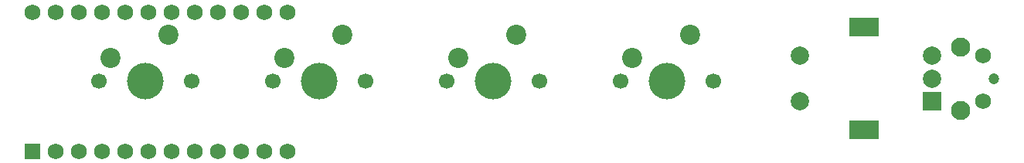
<source format=gbr>
%TF.GenerationSoftware,KiCad,Pcbnew,(5.1.7)-1*%
%TF.CreationDate,2020-11-07T14:05:26+07:00*%
%TF.ProjectId,pix,7069782e-6b69-4636-9164-5f7063625858,rev?*%
%TF.SameCoordinates,Original*%
%TF.FileFunction,Soldermask,Top*%
%TF.FilePolarity,Negative*%
%FSLAX46Y46*%
G04 Gerber Fmt 4.6, Leading zero omitted, Abs format (unit mm)*
G04 Created by KiCad (PCBNEW (5.1.7)-1) date 2020-11-07 14:05:26*
%MOMM*%
%LPD*%
G01*
G04 APERTURE LIST*
%ADD10C,1.752600*%
%ADD11R,1.752600X1.752600*%
%ADD12R,2.000000X2.000000*%
%ADD13C,2.000000*%
%ADD14R,3.200000X2.000000*%
%ADD15C,1.200000*%
%ADD16C,2.100000*%
%ADD17C,1.750000*%
%ADD18C,1.700000*%
%ADD19C,4.000000*%
%ADD20C,2.200000*%
G04 APERTURE END LIST*
D10*
%TO.C,U1*%
X65998750Y-39630000D03*
X93938750Y-54870000D03*
X68538750Y-39630000D03*
X71078750Y-39630000D03*
X73618750Y-39630000D03*
X76158750Y-39630000D03*
X78698750Y-39630000D03*
X81238750Y-39630000D03*
X83778750Y-39630000D03*
X86318750Y-39630000D03*
X88858750Y-39630000D03*
X91398750Y-39630000D03*
X93938750Y-39630000D03*
X91398750Y-54870000D03*
X88858750Y-54870000D03*
X86318750Y-54870000D03*
X83778750Y-54870000D03*
X81238750Y-54870000D03*
X78698750Y-54870000D03*
X76158750Y-54870000D03*
X73618750Y-54870000D03*
X71078750Y-54870000D03*
X68538750Y-54870000D03*
D11*
X65998750Y-54870000D03*
%TD*%
D12*
%TO.C,SW2*%
X164593750Y-49411250D03*
D13*
X164593750Y-46911250D03*
X164593750Y-44411250D03*
D14*
X157093750Y-52511250D03*
X157093750Y-41311250D03*
D13*
X150093750Y-49411250D03*
X150093750Y-44411250D03*
%TD*%
D15*
%TO.C,SW1*%
X171366250Y-46937500D03*
D16*
X167666250Y-43437500D03*
D17*
X170156250Y-44437500D03*
X170156250Y-49437500D03*
D16*
X167666250Y-50447500D03*
%TD*%
D18*
%TO.C,MX4*%
X140583750Y-47228750D03*
X130423750Y-47228750D03*
D19*
X135503750Y-47228750D03*
D20*
X131693750Y-44688750D03*
X138043750Y-42148750D03*
%TD*%
D18*
%TO.C,MX3*%
X121533750Y-47228750D03*
X111373750Y-47228750D03*
D19*
X116453750Y-47228750D03*
D20*
X112643750Y-44688750D03*
X118993750Y-42148750D03*
%TD*%
D18*
%TO.C,MX2*%
X102483750Y-47228750D03*
X92323750Y-47228750D03*
D19*
X97403750Y-47228750D03*
D20*
X93593750Y-44688750D03*
X99943750Y-42148750D03*
%TD*%
D18*
%TO.C,MX1*%
X83433750Y-47228750D03*
X73273750Y-47228750D03*
D19*
X78353750Y-47228750D03*
D20*
X74543750Y-44688750D03*
X80893750Y-42148750D03*
%TD*%
M02*

</source>
